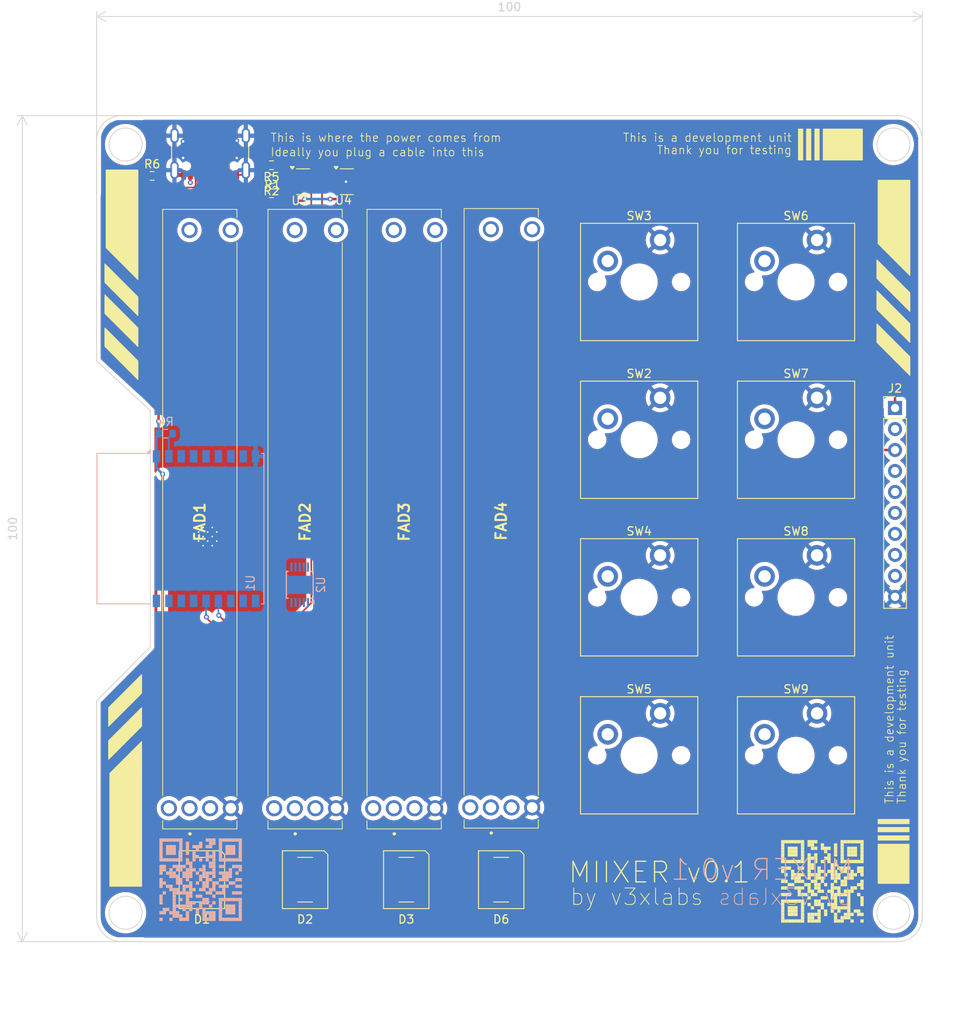
<source format=kicad_pcb>
(kicad_pcb (version 20241229) (generator "pcbnew") (generator_version "9.0")
  (layers (0 "F.Cu" signal) (2 "B.Cu" signal) (13 "F.Paste" user) (15 "B.Paste" user) (5 "F.SilkS" user "F.Silkscreen") (7 "B.SilkS" user "B.Silkscreen") (1 "F.Mask" user) (3 "B.Mask" user) (25 "Edge.Cuts" user))
  (net 0 "")
  (net 1 "GND")
  (net 4 "+3.3V")
  (net 15 "VBUS")
  (net 21 "/USB/CC1")
  (net 22 "/USB/CC2")
  (net 23 "/USB/USB_D+_RAW")
  (net 24 "/USB/USB_D-_RAW")
  (net 25 "/MCU/USB_D+")
  (net 26 "/MCU/USB_D-")
  (net 27 "/MCU/ENABLE")
  (net 29 "/MCU/IO0")
  (net 31 "/USB/USB_DP")
  (net 32 "/USB/USB_DN")
  (net 48 "Net-(FAD1-B_(+))")
  (net 49 "Net-(FAD2-B_(+))")
  (net 50 "Net-(FAD3-B_(+))")
  (net 51 "Net-(FAD4-B_(+))")
  (net 62 "Net-(FAD1-CCW)")
  (net 63 "Net-(FAD2-CCW)")
  (net 64 "Net-(FAD3-CCW)")
  (net 65 "Net-(FAD4-CCW)")
  (net 66 "Net-(D1-DOUT)")
  (net 67 "Net-(D2-DOUT)")
  (net 68 "Net-(D3-DOUT)")
  (net 70 "/Buttons/LED_MCU")
  (footprint "Resistor_SMD:R_0603_1608Metric" (layer "F.Cu") (at 50.175 34.7 180)
    (property "Reference" "R2" (at 0 -1.43 0) (layer "F.SilkS"))
    (property "Value" "22R")
    (pad "1" smd roundrect (at -0.825 0 180) (size 0.8 0.95) (layers "F.Cu" "F.Mask" "F.Paste") (net 32 "/USB/USB_DN"))
    (pad "2" smd roundrect (at 0.825 0 180) (size 0.8 0.95) (layers "F.Cu" "F.Mask" "F.Paste") (net 24 "/USB/USB_D-_RAW"))
  )
  (footprint "LED_SMD:LED_SK6812_PLCC4_5.0x5.0mm_P3.2mm" (layer "F.Cu") (at 54.25 119.5 -90)
    (property "Reference" "D2" (at 4.8 0 0) (layer "F.SilkS"))
    (property "Value" "SK6812")
    (pad "1" smd rect (at -2.45 -1.6 90) (size 1.5 1) (layers "F.Cu" "F.Mask" "F.Paste") (net 1 "GND"))
    (pad "2" smd rect (at -2.45 1.6 90) (size 1.5 1) (layers "F.Cu" "F.Mask" "F.Paste") (net 66 "Net-(D1-DOUT)"))
    (pad "3" smd rect (at 2.45 1.6 90) (size 1.5 1) (layers "F.Cu" "F.Mask" "F.Paste") (net 4 "+3.3V"))
    (pad "4" smd rect (at 2.45 -1.6 90) (size 1.5 1) (layers "F.Cu" "F.Mask" "F.Paste") (net 67 "Net-(D2-DOUT)"))
  )
  (footprint "Package_TO_SOT_SMD:SOT-23-5" (layer "F.Cu") (at 59.3 35)
    (property "Reference" "U4" (at -0.4 2.25 0) (layer "F.SilkS"))
    (property "Value" "AP2127K-3.3" (hide yes))
    (pad "1" smd roundrect (at -1.1375 -0.95) (size 1.325 0.6) (layers "F.Cu" "F.Mask" "F.Paste") (net 15 "VBUS"))
    (pad "2" smd roundrect (at -1.1375 0) (size 1.325 0.6) (layers "F.Cu" "F.Mask" "F.Paste") (net 1 "GND"))
    (pad "3" smd roundrect (at -1.1375 0.95) (size 1.325 0.6) (layers "F.Cu" "F.Mask" "F.Paste") (net 15 "VBUS"))
    (pad "4" smd roundrect (at 1.1375 0.95) (size 1.325 0.6) (layers "F.Cu" "F.Mask" "F.Paste"))
    (pad "5" smd roundrect (at 1.1375 -0.95) (size 1.325 0.6) (layers "F.Cu" "F.Mask" "F.Paste") (net 4 "+3.3V"))
  )
  (footprint "00_Luc:PTL6015G1103B2" (layer "F.Cu") (at 40.25 110.85 90)
    (property "Reference" "FAD1" (at 34.65 1.25 90) (layer "F.SilkS") (effects (font (size 1.27 1.27) (thickness 0.254))))
    (property "Value" "PTL60-15G1-103B2" (hide yes))
    (pad "1" thru_hole circle (at 0 0 90) (size 1.95 1.95) (drill 1.3) (layers "*.Cu" "*.Mask") (net 62 "Net-(FAD1-CCW)"))
    (pad "2" thru_hole circle (at 0 -2.5 90) (size 1.95 1.95) (drill 1.3) (layers "*.Cu" "*.Mask"))
    (pad "3" thru_hole circle (at 70 0 90) (size 1.95 1.95) (drill 1.3) (layers "*.Cu" "*.Mask"))
    (pad "B1" thru_hole circle (at 70 5 90) (size 1.95 1.95) (drill 1.3) (layers "*.Cu" "*.Mask") (net 48 "Net-(FAD1-B_(+))"))
    (pad "E1" thru_hole circle (at 0 5 90) (size 1.95 1.95) (drill 1.3) (layers "*.Cu" "*.Mask") (net 1 "GND"))
    (pad "L1" thru_hole circle (at 0 2.5 90) (size 1.95 1.95) (drill 1.3) (layers "*.Cu" "*.Mask"))
  )
  (footprint "LED_SMD:LED_SK6812_PLCC4_5.0x5.0mm_P3.2mm" (layer "F.Cu") (at 78 119.5 -90)
    (property "Reference" "D6" (at 4.8 0 0) (layer "F.SilkS"))
    (property "Value" "SK6812")
    (pad "1" smd rect (at -2.45 -1.6 90) (size 1.5 1) (layers "F.Cu" "F.Mask" "F.Paste") (net 1 "GND"))
    (pad "2" smd rect (at -2.45 1.6 90) (size 1.5 1) (layers "F.Cu" "F.Mask" "F.Paste") (net 68 "Net-(D3-DOUT)"))
    (pad "3" smd rect (at 2.45 1.6 90) (size 1.5 1) (layers "F.Cu" "F.Mask" "F.Paste") (net 4 "+3.3V"))
    (pad "4" smd rect (at 2.45 -1.6 90) (size 1.5 1) (layers "F.Cu" "F.Mask" "F.Paste"))
  )
  (footprint "Package_TO_SOT_SMD:SOT-23-6" (layer "F.Cu") (at 54 35)
    (property "Reference" "U3" (at -0.4 2.3 0) (layer "F.SilkS"))
    (property "Value" "USBLC6-2SC6" (hide yes))
    (pad "1" smd roundrect (at -1.1375 -0.95) (size 1.325 0.6) (layers "F.Cu" "F.Mask" "F.Paste") (net 31 "/USB/USB_DP"))
    (pad "2" smd roundrect (at -1.1375 0) (size 1.325 0.6) (layers "F.Cu" "F.Mask" "F.Paste") (net 1 "GND"))
    (pad "3" smd roundrect (at -1.1375 0.95) (size 1.325 0.6) (layers "F.Cu" "F.Mask" "F.Paste") (net 32 "/USB/USB_DN"))
    (pad "4" smd roundrect (at 1.1375 0.95) (size 1.325 0.6) (layers "F.Cu" "F.Mask" "F.Paste") (net 26 "/MCU/USB_D-"))
    (pad "5" smd roundrect (at 1.1375 0) (size 1.325 0.6) (layers "F.Cu" "F.Mask" "F.Paste") (net 15 "VBUS"))
    (pad "6" smd roundrect (at 1.1375 -0.95) (size 1.325 0.6) (layers "F.Cu" "F.Mask" "F.Paste") (net 25 "/MCU/USB_D+"))
  )
  (footprint "PCM_Switch_Keyboard_Cherry_MX:SW_Cherry_MX_PCB" (layer "F.Cu") (at 94.71 104.44)
    (property "Reference" "SW5" (at 0 -8 0) (layer "F.SilkS"))
    (property "Value" "SW_SPST")
    (pad "" np_thru_hole circle (at -5.08 0) (size 1.75 1.75) (drill 1.75) (layers "*.Cu" "*.Mask"))
    (pad "" np_thru_hole circle (at 0 0) (size 4 4) (drill 4) (layers "*.Cu" "*.Mask"))
    (pad "" np_thru_hole circle (at 5.08 0) (size 1.75 1.75) (drill 1.75) (layers "*.Cu" "*.Mask"))
    (pad "1" thru_hole circle (at -3.81 -2.54) (size 2.5 2.5) (drill 1.5) (layers "*.Cu" "*.Mask"))
    (pad "2" thru_hole circle (at 2.54 -5.08) (size 2.5 2.5) (drill 1.5) (layers "*.Cu" "*.Mask") (net 1 "GND"))
  )
  (footprint "00_Luc:PTL6015G1103B2" (layer "F.Cu") (at 76.75 110.75 90)
    (property "Reference" "FAD4" (at 34.65 1.25 90) (layer "F.SilkS") (effects (font (size 1.27 1.27) (thickness 0.254))))
    (property "Value" "PTL60-15G1-103B2" (hide yes))
    (pad "1" thru_hole circle (at 0 0 90) (size 1.95 1.95) (drill 1.3) (layers "*.Cu" "*.Mask") (net 65 "Net-(FAD4-CCW)"))
    (pad "2" thru_hole circle (at 0 -2.5 90) (size 1.95 1.95) (drill 1.3) (layers "*.Cu" "*.Mask"))
    (pad "3" thru_hole circle (at 70 0 90) (size 1.95 1.95) (drill 1.3) (layers "*.Cu" "*.Mask"))
    (pad "B1" thru_hole circle (at 70 5 90) (size 1.95 1.95) (drill 1.3) (layers "*.Cu" "*.Mask") (net 51 "Net-(FAD4-B_(+))"))
    (pad "E1" thru_hole circle (at 0 5 90) (size 1.95 1.95) (drill 1.3) (layers "*.Cu" "*.Mask") (net 1 "GND"))
    (pad "L1" thru_hole circle (at 0 2.5 90) (size 1.95 1.95) (drill 1.3) (layers "*.Cu" "*.Mask"))
  )
  (footprint "LED_SMD:LED_SK6812_PLCC4_5.0x5.0mm_P3.2mm" (layer "F.Cu") (at 41.75 119.5 -90)
    (property "Reference" "D1" (at 4.8 0 0) (layer "F.SilkS"))
    (property "Value" "SK6812")
    (pad "1" smd rect (at -2.45 -1.6 90) (size 1.5 1) (layers "F.Cu" "F.Mask" "F.Paste") (net 1 "GND"))
    (pad "2" smd rect (at -2.45 1.6 90) (size 1.5 1) (layers "F.Cu" "F.Mask" "F.Paste") (net 70 "/Buttons/LED_MCU"))
    (pad "3" smd rect (at 2.45 1.6 90) (size 1.5 1) (layers "F.Cu" "F.Mask" "F.Paste") (net 4 "+3.3V"))
    (pad "4" smd rect (at 2.45 -1.6 90) (size 1.5 1) (layers "F.Cu" "F.Mask" "F.Paste") (net 66 "Net-(D1-DOUT)"))
  )
  (footprint "Resistor_SMD:R_0603_1608Metric" (layer "F.Cu") (at 50.175 33 180)
    (property "Reference" "R5" (at 0 -1.43 0) (layer "F.SilkS"))
    (property "Value" "5k1")
    (pad "1" smd roundrect (at -0.825 0 180) (size 0.8 0.95) (layers "F.Cu" "F.Mask" "F.Paste") (net 21 "/USB/CC1"))
    (pad "2" smd roundrect (at 0.825 0 180) (size 0.8 0.95) (layers "F.Cu" "F.Mask" "F.Paste") (net 1 "GND"))
  )
  (footprint "00_Luc:PTL6015G1103B2" (layer "F.Cu") (at 53 110.85 90)
    (property "Reference" "FAD2" (at 34.65 1.25 90) (layer "F.SilkS") (effects (font (size 1.27 1.27) (thickness 0.254))))
    (property "Value" "PTL60-15G1-103B2" (hide yes))
    (pad "1" thru_hole circle (at 0 0 90) (size 1.95 1.95) (drill 1.3) (layers "*.Cu" "*.Mask") (net 63 "Net-(FAD2-CCW)"))
    (pad "2" thru_hole circle (at 0 -2.5 90) (size 1.95 1.95) (drill 1.3) (layers "*.Cu" "*.Mask"))
    (pad "3" thru_hole circle (at 70 0 90) (size 1.95 1.95) (drill 1.3) (layers "*.Cu" "*.Mask"))
    (pad "B1" thru_hole circle (at 70 5 90) (size 1.95 1.95) (drill 1.3) (layers "*.Cu" "*.Mask") (net 49 "Net-(FAD2-B_(+))"))
    (pad "E1" thru_hole circle (at 0 5 90) (size 1.95 1.95) (drill 1.3) (layers "*.Cu" "*.Mask") (net 1 "GND"))
    (pad "L1" thru_hole circle (at 0 2.5 90) (size 1.95 1.95) (drill 1.3) (layers "*.Cu" "*.Mask"))
  )
  (footprint "PCM_Switch_Keyboard_Cherry_MX:SW_Cherry_MX_PCB" (layer "F.Cu") (at 94.71 66.24)
    (property "Reference" "SW2" (at 0 -8 0) (layer "F.SilkS"))
    (property "Value" "SW_SPST")
    (pad "" np_thru_hole circle (at -5.08 0) (size 1.75 1.75) (drill 1.75) (layers "*.Cu" "*.Mask"))
    (pad "" np_thru_hole circle (at 0 0) (size 4 4) (drill 4) (layers "*.Cu" "*.Mask"))
    (pad "" np_thru_hole circle (at 5.08 0) (size 1.75 1.75) (drill 1.75) (layers "*.Cu" "*.Mask"))
    (pad "1" thru_hole circle (at -3.81 -2.54) (size 2.5 2.5) (drill 1.5) (layers "*.Cu" "*.Mask"))
    (pad "2" thru_hole circle (at 2.54 -5.08) (size 2.5 2.5) (drill 1.5) (layers "*.Cu" "*.Mask") (net 1 "GND"))
  )
  (footprint "LED_SMD:LED_SK6812_PLCC4_5.0x5.0mm_P3.2mm" (layer "F.Cu") (at 66.5 119.5 -90)
    (property "Reference" "D3" (at 4.8 0 0) (layer "F.SilkS"))
    (property "Value" "SK6812")
    (pad "1" smd rect (at -2.45 -1.6 90) (size 1.5 1) (layers "F.Cu" "F.Mask" "F.Paste") (net 1 "GND"))
    (pad "2" smd rect (at -2.45 1.6 90) (size 1.5 1) (layers "F.Cu" "F.Mask" "F.Paste") (net 67 "Net-(D2-DOUT)"))
    (pad "3" smd rect (at 2.45 1.6 90) (size 1.5 1) (layers "F.Cu" "F.Mask" "F.Paste") (net 4 "+3.3V"))
    (pad "4" smd rect (at 2.45 -1.6 90) (size 1.5 1) (layers "F.Cu" "F.Mask" "F.Paste") (net 68 "Net-(D3-DOUT)"))
  )
  (footprint "Resistor_SMD:R_0603_1608Metric" (layer "F.Cu") (at 50.175 36.4 180)
    (property "Reference" "R1" (at -0.125 1 0) (layer "F.SilkS"))
    (property "Value" "22R")
    (pad "1" smd roundrect (at -0.825 0 180) (size 0.8 0.95) (layers "F.Cu" "F.Mask" "F.Paste") (net 31 "/USB/USB_DP"))
    (pad "2" smd roundrect (at 0.825 0 180) (size 0.8 0.95) (layers "F.Cu" "F.Mask" "F.Paste") (net 23 "/USB/USB_D+_RAW"))
  )
  (footprint "Connector_USB:USB_C_Receptacle_GCT_USB4105-xx-A_16P_TopMnt_Horizontal" (layer "F.Cu") (at 42.75 30.5 180)
    (property "Reference" "J1" (hide yes))
    (property "Value" "USB_C_Receptacle_USB2.0_16P" (hide yes))
    (pad "" np_thru_hole circle (at -2.89 -2.605 180) (size 0.65 0.65) (drill 0.65) (layers "*.Cu" "*.Mask"))
    (pad "" np_thru_hole circle (at 2.89 -2.605 180) (size 0.65 0.65) (drill 0.65) (layers "*.Cu" "*.Mask"))
    (pad "A1" smd roundrect (at -3.2 -3.68 180) (size 0.6 1.15) (layers "F.Cu" "F.Mask" "F.Paste") (net 1 "GND"))
    (pad "A4" smd roundrect (at -2.4 -3.68 180) (size 0.6 1.15) (layers "F.Cu" "F.Mask" "F.Paste") (net 15 "VBUS"))
    (pad "A5" smd roundrect (at -1.25 -3.68 180) (size 0.3 1.15) (layers "F.Cu" "F.Mask" "F.Paste") (net 21 "/USB/CC1"))
    (pad "A6" smd roundrect (at -0.25 -3.68 180) (size 0.3 1.15) (layers "F.Cu" "F.Mask" "F.Paste") (net 23 "/USB/USB_D+_RAW"))
    (pad "A7" smd roundrect (at 0.25 -3.68 180) (size 0.3 1.15) (layers "F.Cu" "F.Mask" "F.Paste") (net 24 "/USB/USB_D-_RAW"))
    (pad "A8" smd roundrect (at 1.25 -3.68 180) (size 0.3 1.15) (layers "F.Cu" "F.Mask" "F.Paste"))
    (pad "A9" smd roundrect (at 2.4 -3.68 180) (size 0.6 1.15) (layers "F.Cu" "F.Mask" "F.Paste") (net 15 "VBUS"))
    (pad "A12" smd roundrect (at 3.2 -3.68 180) (size 0.6 1.15) (layers "F.Cu" "F.Mask" "F.Paste") (net 1 "GND"))
    (pad "B1" smd roundrect (at 3.2 -3.68 180) (size 0.6 1.15) (layers "F.Cu" "F.Mask" "F.Paste") (net 1 "GND"))
    (pad "B4" smd roundrect (at 2.4 -3.68 180) (size 0.6 1.15) (layers "F.Cu" "F.Mask" "F.Paste") (net 15 "VBUS"))
    (pad "B5" smd roundrect (at 1.75 -3.68 180) (size 0.3 1.15) (layers "F.Cu" "F.Mask" "F.Paste") (net 22 "/USB/CC2"))
    (pad "B6" smd roundrect (at 0.75 -3.68 180) (size 0.3 1.15) (layers "F.Cu" "F.Mask" "F.Paste") (net 23 "/USB/USB_D+_RAW"))
    (pad "B7" smd roundrect (at -0.75 -3.68 180) (size 0.3 1.15) (layers "F.Cu" "F.Mask" "F.Paste") (net 24 "/USB/USB_D-_RAW"))
    (pad "B8" smd roundrect (at -1.75 -3.68 180) (size 0.3 1.15) (layers "F.Cu" "F.Mask" "F.Paste"))
    (pad "B9" smd roundrect (at -2.4 -3.68 180) (size 0.6 1.15) (layers "F.Cu" "F.Mask" "F.Paste") (net 15 "VBUS"))
    (pad "B12" smd roundrect (at -3.2 -3.68 180) (size 0.6 1.15) (layers "F.Cu" "F.Mask" "F.Paste") (net 1 "GND"))
    (pad "S1" thru_hole oval (at -4.32 -3.105 180) (size 1 2.1) (drill oval 0.6 1.7) (property pad_prop_heatsink) (layers "*.Cu" "*.Mask" "F.Paste") (net 1 "GND"))
    (pad "S1" thru_hole oval (at -4.32 1.075 180) (size 1 1.8) (drill oval 0.6 1.4) (property pad_prop_heatsink) (layers "*.Cu" "*.Mask" "F.Paste") (net 1 "GND"))
    (pad "S1" thru_hole oval (at 4.32 -3.105 180) (size 1 2.1) (drill oval 0.6 1.7) (property pad_prop_heatsink) (layers "*.Cu" "*.Mask" "F.Paste") (net 1 "GND"))
    (pad "S1" thru_hole oval (at 4.32 1.075 180) (size 1 1.8) (drill oval 0.6 1.4) (property pad_prop_heatsink) (layers "*.Cu" "*.Mask" "F.Paste") (net 1 "GND"))
  )
  (footprint "PCM_Switch_Keyboard_Cherry_MX:SW_Cherry_MX_PCB" (layer "F.Cu") (at 94.71 47.14)
    (property "Reference" "SW3" (at 0 -8 0) (layer "F.SilkS"))
    (property "Value" "SW_SPST")
    (pad "" np_thru_hole circle (at -5.08 0) (size 1.75 1.75) (drill 1.75) (layers "*.Cu" "*.Mask"))
    (pad "" np_thru_hole circle (at 0 0) (size 4 4) (drill 4) (layers "*.Cu" "*.Mask"))
    (pad "" np_thru_hole circle (at 5.08 0) (size 1.75 1.75) (drill 1.75) (layers "*.Cu" "*.Mask"))
    (pad "1" thru_hole circle (at -3.81 -2.54) (size 2.5 2.5) (drill 1.5) (layers "*.Cu" "*.Mask"))
    (pad "2" thru_hole circle (at 2.54 -5.08) (size 2.5 2.5) (drill 1.5) (layers "*.Cu" "*.Mask") (net 1 "GND"))
  )
  (footprint "PCM_Switch_Keyboard_Cherry_MX:SW_Cherry_MX_PCB" (layer "F.Cu") (at 113.71 104.44)
    (property "Reference" "SW9" (at 0 -8 0) (layer "F.SilkS"))
    (property "Value" "SW_SPST")
    (pad "" np_thru_hole circle (at -5.08 0) (size 1.75 1.75) (drill 1.75) (layers "*.Cu" "*.Mask"))
    (pad "" np_thru_hole circle (at 0 0) (size 4 4) (drill 4) (layers "*.Cu" "*.Mask"))
    (pad "" np_thru_hole circle (at 5.08 0) (size 1.75 1.75) (drill 1.75) (layers "*.Cu" "*.Mask"))
    (pad "1" thru_hole circle (at -3.81 -2.54) (size 2.5 2.5) (drill 1.5) (layers "*.Cu" "*.Mask"))
    (pad "2" thru_hole circle (at 2.54 -5.08) (size 2.5 2.5) (drill 1.5) (layers "*.Cu" "*.Mask") (net 1 "GND"))
  )
  (footprint "00_Luc:https___miixer.v3x.tools___pcb" (layer "F.Cu") (at 116.9 119.7)
    (property "Reference" "QR*****" (hide yes))
    (property "Value" "https://miixer.v3x.tools/_/pcb" (hide yes))
  )
  (footprint "00_Luc:PTL6015G1103B2" (layer "F.Cu") (at 65 110.85 90)
    (property "Reference" "FAD3" (at 34.65 1.25 90) (layer "F.SilkS") (effects (font (size 1.27 1.27) (thickness 0.254))))
    (property "Value" "PTL60-15G1-103B2" (hide yes))
    (pad "1" thru_hole circle (at 0 0 90) (size 1.95 1.95) (drill 1.3) (layers "*.Cu" "*.Mask") (net 64 "Net-(FAD3-CCW)"))
    (pad "2" thru_hole circle (at 0 -2.5 90) (size 1.95 1.95) (drill 1.3) (layers "*.Cu" "*.Mask"))
    (pad "3" thru_hole circle (at 70 0 90) (size 1.95 1.95) (drill 1.3) (layers "*.Cu" "*.Mask"))
    (pad "B1" thru_hole circle (at 70 5 90) (size 1.95 1.95) (drill 1.3) (layers "*.Cu" "*.Mask") (net 50 "Net-(FAD3-B_(+))"))
    (pad "E1" thru_hole circle (at 0 5 90) (size 1.95 1.95) (drill 1.3) (layers "*.Cu" "*.Mask") (net 1 "GND"))
    (pad "L1" thru_hole circle (at 0 2.5 90) (size 1.95 1.95) (drill 1.3) (layers "*.Cu" "*.Mask"))
  )
  (footprint "Resistor_SMD:R_0603_1608Metric" (layer "F.Cu") (at 35.725 34.3)
    (property "Reference" "R6" (at 0 -1.43 0) (layer "F.SilkS"))
    (property "Value" "5k1")
    (pad "1" smd roundrect (at -0.825 0) (size 0.8 0.95) (layers "F.Cu" "F.Mask" "F.Paste") (net 22 "/USB/CC2"))
    (pad "2" smd roundrect (at 0.825 0) (size 0.8 0.95) (layers "F.Cu" "F.Mask" "F.Paste") (net 1 "GND"))
  )
  (footprint "PCM_Switch_Keyboard_Cherry_MX:SW_Cherry_MX_PCB" (layer "F.Cu") (at 113.71 47.14)
    (property "Reference" "SW6" (at 0 -8 0) (layer "F.SilkS"))
    (property "Value" "SW_SPST")
    (pad "" np_thru_hole circle (at -5.08 0) (size 1.75 1.75) (drill 1.75) (layers "*.Cu" "*.Mask"))
    (pad "" np_thru_hole circle (at 0 0) (size 4 4) (drill 4) (layers "*.Cu" "*.Mask"))
    (pad "" np_thru_hole circle (at 5.08 0) (size 1.75 1.75) (drill 1.75) (layers "*.Cu" "*.Mask"))
    (pad "1" thru_hole circle (at -3.81 -2.54) (size 2.5 2.5) (drill 1.5) (layers "*.Cu" "*.Mask"))
    (pad "2" thru_hole circle (at 2.54 -5.08) (size 2.5 2.5) (drill 1.5) (layers "*.Cu" "*.Mask") (net 1 "GND"))
  )
  (footprint "PCM_Switch_Keyboard_Cherry_MX:SW_Cherry_MX_PCB" (layer "F.Cu") (at 113.71 66.24)
    (property "Reference" "SW7" (at 0 -8 0) (layer "F.SilkS"))
    (property "Value" "SW_SPST")
    (pad "" np_thru_hole circle (at -5.08 0) (size 1.75 1.75) (drill 1.75) (layers "*.Cu" "*.Mask"))
    (pad "" np_thru_hole circle (at 0 0) (size 4 4) (drill 4) (layers "*.Cu" "*.Mask"))
    (pad "" np_thru_hole circle (at 5.08 0) (size 1.75 1.75) (drill 1.75) (layers "*.Cu" "*.Mask"))
    (pad "1" thru_hole circle (at -3.81 -2.54) (size 2.5 2.5) (drill 1.5) (layers "*.Cu" "*.Mask"))
    (pad "2" thru_hole circle (at 2.54 -5.08) (size 2.5 2.5) (drill 1.5) (layers "*.Cu" "*.Mask") (net 1 "GND"))
  )
  (footprint "PCM_Switch_Keyboard_Cherry_MX:SW_Cherry_MX_PCB" (layer "F.Cu") (at 113.71 85.315)
    (property "Reference" "SW8" (at 0 -8 0) (layer "F.SilkS"))
    (property "Value" "SW_SPST")
    (pad "" np_thru_hole circle (at -5.08 0) (size 1.75 1.75) (drill 1.75) (layers "*.Cu" "*.Mask"))
    (pad "" np_thru_hole circle (at 0 0) (size 4 4) (drill 4) (layers "*.Cu" "*.Mask"))
    (pad "" np_thru_hole circle (at 5.08 0) (size 1.75 1.75) (drill 1.75) (layers "*.Cu" "*.Mask"))
    (pad "1" thru_hole circle (at -3.81 -2.54) (size 2.5 2.5) (drill 1.5) (layers "*.Cu" "*.Mask"))
    (pad "2" thru_hole circle (at 2.54 -5.08) (size 2.5 2.5) (drill 1.5) (layers "*.Cu" "*.Mask") (net 1 "GND"))
  )
  (footprint "PCM_Switch_Keyboard_Cherry_MX:SW_Cherry_MX_PCB" (layer "F.Cu") (at 94.71 85.315)
    (property "Reference" "SW4" (at 0 -8 0) (layer "F.SilkS"))
    (property "Value" "SW_SPST")
    (pad "" np_thru_hole circle (at -5.08 0) (size 1.75 1.75) (drill 1.75) (layers "*.Cu" "*.Mask"))
    (pad "" np_thru_hole circle (at 0 0) (size 4 4) (drill 4) (layers "*.Cu" "*.Mask"))
    (pad "" np_thru_hole circle (at 5.08 0) (size 1.75 1.75) (drill 1.75) (layers "*.Cu" "*.Mask"))
    (pad "1" thru_hole circle (at -3.81 -2.54) (size 2.5 2.5) (drill 1.5) (layers "*.Cu" "*.Mask"))
    (pad "2" thru_hole circle (at 2.54 -5.08) (size 2.5 2.5) (drill 1.5) (layers "*.Cu" "*.Mask") (net 1 "GND"))
  )
  (footprint "Connector_PinHeader_2.54mm:PinHeader_1x10_P2.54mm_Vertical" (layer "F.Cu") (at 125.7 62.4)
    (property "Reference" "J2" (at 0 -2.38 0) (layer "F.SilkS"))
    (property "Value" "Conn_01x10_Pin")
    (pad "1" thru_hole rect (at 0 0) (size 1.7 1.7) (drill 1) (layers "*.Cu" "*.Mask") (net 15 "VBUS"))
    (pad "2" thru_hole circle (at 0 2.54) (size 1.7 1.7) (drill 1) (layers "*.Cu" "*.Mask"))
    (pad "3" thru_hole circle (at 0 5.08) (size 1.7 1.7) (drill 1) (layers "*.Cu" "*.Mask") (net 4 "+3.3V"))
    (pad "4" thru_hole circle (at 0 7.62) (size 1.7 1.7) (drill 1) (layers "*.Cu" "*.Mask"))
    (pad "5" thru_hole circle (at 0 10.16) (size 1.7 1.7) (drill 1) (layers "*.Cu" "*.Mask"))
    (pad "6" thru_hole circle (at 0 12.7) (size 1.7 1.7) (drill 1) (layers "*.Cu" "*.Mask"))
    (pad "7" thru_hole circle (at 0 15.24) (size 1.7 1.7) (drill 1) (layers "*.Cu" "*.Mask"))
    (pad "8" thru_hole circle (at 0 17.78) (size 1.7 1.7) (drill 1) (layers "*.Cu" "*.Mask"))
    (pad "9" thru_hole circle (at 0 20.32) (size 1.7 1.7) (drill 1) (layers "*.Cu" "*.Mask"))
    (pad "10" thru_hole circle (at 0 22.86) (size 1.7 1.7) (drill 1) (layers "*.Cu" "*.Mask") (net 1 "GND"))
  )
  (footprint "Resistor_SMD:R_0603_1608Metric" (layer "B.Cu") (at 37.375 65.5 180)
    (property "Reference" "R4" (at 0 1.43 0) (layer "B.SilkS") (effects (justify mirror)))
    (property "Value" "R")
    (pad "1" smd roundrect (at -0.825 0 180) (size 0.8 0.95) (layers "B.Cu" "B.Mask" "B.Paste") (net 27 "/MCU/ENABLE"))
    (pad "2" smd roundrect (at 0.825 0 180) (size 0.8 0.95) (layers "B.Cu" "B.Mask" "B.Paste") (net 4 "+3.3V"))
  )
  (footprint "Package_SO:TSSOP-10_3x3mm_P0.5mm" (layer "B.Cu") (at 53.6 83.8 90)
    (property "Reference" "U2" (at 0 2.55 90) (layer "B.SilkS") (effects (justify mirror)))
    (property "Value" "ADS1115IDGS")
    (pad "1" smd rect (at -2.15 1 90) (size 1.1 0.25) (layers "B.Cu" "B.Mask" "B.Paste"))
    (pad "2" smd rect (at -2.15 0.5 90) (size 1.1 0.25) (layers "B.Cu" "B.Mask" "B.Paste"))
    (pad "3" smd rect (at -2.15 0 90) (size 1.1 0.25) (layers "B.Cu" "B.Mask" "B.Paste"))
    (pad "4" smd rect (at -2.15 -0.5 90) (size 1.1 0.25) (layers "B.Cu" "B.Mask" "B.Paste"))
    (pad "5" smd rect (at -2.15 -1 90) (size 1.1 0.25) (layers "B.Cu" "B.Mask" "B.Paste"))
    (pad "6" smd rect (at 2.15 -1 90) (size 1.1 0.25) (layers "B.Cu" "B.Mask" "B.Paste"))
    (pad "7" smd rect (at 2.15 -0.5 90) (size 1.1 0.25) (layers "B.Cu" "B.Mask" "B.Paste"))
    (pad "8" smd rect (at 2.15 0 90) (size 1.1 0.25) (layers "B.Cu" "B.Mask" "B.Paste"))
    (pad "9" smd rect (at 2.15 0.5 90) (size 1.1 0.25) (layers "B.Cu" "B.Mask" "B.Paste"))
    (pad "10" smd rect (at 2.15 1 90) (size 1.1 0.25) (layers "B.Cu" "B.Mask" "B.Paste"))
  )
  (footprint "00_Luc:https___miixer.v3x.tools___pcb" (layer "B.Cu") (at 41.6 119.5 180)
    (property "Reference" "QR*****" (hide yes))
    (property "Value" "https://miixer.v3x.tools/_/pcb" (hide yes))
  )
  (footprint "RF_Module:ESP32-C3-WROOM-02" (layer "B.Cu") (at 42.25 77 -90)
    (property "Reference" "U1" (at 6.6 -5.375 90) (layer "B.SilkS") (effects (justify mirror)))
    (property "Value" "ESP32-C3-WROOM-02")
    (pad "1" smd rect (at -8.75 6 270) (size 1.5 0.9) (layers "B.Cu" "B.Mask" "B.Paste") (net 4 "+3.3V"))
    (pad "2" smd rect (at -8.75 4.5 270) (size 1.5 0.9) (layers "B.Cu" "B.Mask" "B.Paste") (net 27 "/MCU/ENABLE"))
    (pad "3" smd rect (at -8.75 3 270) (size 1.5 0.9) (layers "B.Cu" "B.Mask" "B.Paste"))
    (pad "4" smd rect (at -8.75 1.5 270) (size 1.5 0.9) (layers "B.Cu" "B.Mask" "B.Paste"))
    (pad "5" smd rect (at -8.75 0 270) (size 1.5 0.9) (layers "B.Cu" "B.Mask" "B.Paste"))
    (pad "6" smd rect (at -8.75 -1.5 270) (size 1.5 0.9) (layers "B.Cu" "B.Mask" "B.Paste"))
    (pad "7" smd rect (at -8.75 -3 270) (size 1.5 0.9) (layers "B.Cu" "B.Mask" "B.Paste"))
    (pad "8" smd rect (at -8.75 -4.5 270) (size 1.5 0.9) (layers "B.Cu" "B.Mask" "B.Paste"))
    (pad "9" smd rect (at -8.75 -6 270) (size 1.5 0.9) (layers "B.Cu" "B.Mask" "B.Paste") (net 1 "GND"))
    (pad "10" smd rect (at 8.75 -6 270) (size 1.5 0.9) (layers "B.Cu" "B.Mask" "B.Paste"))
    (pad "11" smd rect (at 8.75 -4.5 270) (size 1.5 0.9) (layers "B.Cu" "B.Mask" "B.Paste"))
    (pad "12" smd rect (at 8.75 -3 270) (size 1.5 0.9) (layers "B.Cu" "B.Mask" "B.Paste"))
    (pad "13" smd rect (at 8.75 -1.5 270) (size 1.5 0.9) (layers "B.Cu" "B.Mask" "B.Paste") (net 26 "/MCU/USB_D-"))
    (pad "14" smd rect (at 8.75 0 270) (size 1.5 0.9) (layers "B.Cu" "B.Mask" "B.Paste") (net 25 "/MCU/USB_D+"))
    (pad "15" smd rect (at 8.75 1.5 270) (size 1.5 0.9) (layers "B.Cu" "B.Mask" "B.Paste"))
    (pad "16" smd rect (at 8.75 3 270) (size 1.5 0.9) (layers "B.Cu" "B.Mask" "B.Paste"))
    (pad "17" smd rect (at 8.75 4.5 270) (size 1.5 0.9) (layers "B.Cu" "B.Mask" "B.Paste"))
    (pad "18" smd rect (at 8.75 6 270) (size 1.5 0.9) (layers "B.Cu" "B.Mask" "B.Paste") (net 29 "/MCU/IO0"))
    (pad "19" thru_hole circle (at -0.14 -0.75 270) (size 0.6 0.6) (drill 0.2) (property pad_prop_heatsink) (layers "*.Cu" "B.Mask") (net 1 "GND"))
    (pad "19" thru_hole circle (at -0.14 0.35 270) (size 0.6 0.6) (drill 0.2) (property pad_prop_heatsink) (layers "*.Cu" "B.Mask") (net 1 "GND"))
    (pad "19" thru_hole circle (at 0.41 -1.3 270) (size 0.6 0.6) (drill 0.2) (property pad_prop_heatsink) (layers "*.Cu" "B.Mask") (net 1 "GND"))
    (pad "19" thru_hole circle (at 0.41 -0.2 270) (size 0.6 0.6) (drill 0.2) (property pad_prop_heatsink) (layers "*.Cu" "B.Mask") (net 1 "GND"))
    (pad "19" thru_hole circle (at 0.41 0.9 270) (size 0.6 0.6) (drill 0.2) (property pad_prop_heatsink) (layers "*.Cu" "B.Mask") (net 1 "GND"))
    (pad "19" thru_hole circle (at 0.96 -0.75 270) (size 0.6 0.6) (drill 0.2) (property pad_prop_heatsink) (layers "*.Cu" "B.Mask") (net 1 "GND"))
    (pad "19" smd rect (at 0.96 -0.2 270) (size 2.9 2.9) (property pad_prop_heatsink) (layers "B.Cu" "B.Mask") (net 1 "GND"))
    (pad "19" thru_hole circle (at 0.96 0.35 270) (size 0.6 0.6) (drill 0.2) (property pad_prop_heatsink) (layers "*.Cu" "B.Mask") (net 1 "GND"))
    (pad "19" thru_hole circle (at 1.51 -1.3 270) (size 0.6 0.6) (drill 0.2) (property pad_prop_heatsink) (layers "*.Cu" "B.Mask") (net 1 "GND"))
    (pad "19" thru_hole circle (at 1.51 -0.2 270) (size 0.6 0.6) (drill 0.2) (property pad_prop_heatsink) (layers "*.Cu" "B.Mask") (net 1 "GND"))
    (pad "19" thru_hole circle (at 1.51 0.9 270) (size 0.6 0.6) (drill 0.2) (property pad_prop_heatsink) (layers "*.Cu" "B.Mask") (net 1 "GND"))
    (pad "19" thru_hole circle (at 2.06 -0.75 270) (size 0.6 0.6) (drill 0.2) (property pad_prop_heatsink) (layers "*.Cu" "B.Mask") (net 1 "GND"))
    (pad "19" thru_hole circle (at 2.06 0.35 270) (size 0.6 0.6) (drill 0.2) (property pad_prop_heatsink) (layers "*.Cu" "B.Mask") (net 1 "GND"))
    (zone (net 0) (net_name "") (layers "F.Cu" "B.Cu") (connect_pads (clearance 0)) (min_thickness 0.254)
      (keepout (tracks not_allowed) (vias not_allowed) (pads not_allowed) (copperpour not_allowed) (footprints not_allowed))
      (fill (thermal_gap 0.508) (thermal_bridge_width 0.508))
      (polygon (pts (xy 35.15 63) (xy 35.15 91) (xy 24.15 91) (xy 24.15 63)))
    )
  )
  (gr_rect (start 123.65 113.1746) (end 127.4 113.7) (stroke (width 0.1)) (fill yes) (layer "F.SilkS"))
  (gr_poly (pts (xy 123.5 52.2) (xy 127.5 56.2) (xy 127.5 58.45) (xy 123.5 54.45)) (stroke (width 0.1)) (fill yes) (layer "F.SilkS"))
  (gr_rect (start 123.65 114.1873) (end 127.4 114.7127) (stroke (width 0.1)) (fill yes) (layer "F.SilkS"))
  (gr_poly (pts (xy 123.5 48.2) (xy 127.5 52.2) (xy 127.5 54.45) (xy 123.5 50.45)) (stroke (width 0.1)) (fill yes) (layer "F.SilkS"))
  (gr_poly (pts (xy 30.45 100.925) (xy 34.45 96.925) (xy 34.45 94.675) (xy 30.45 98.675)) (stroke (width 0.1)) (fill yes) (layer "F.SilkS"))
  (gr_rect (start 30.6 106.6625) (end 34.45 120.3) (stroke (width 0.1)) (fill yes) (layer "F.SilkS"))
  (gr_rect (start 123.65 115.2) (end 127.4 119.95) (stroke (width 0.1)) (fill yes) (layer "F.SilkS"))
  (gr_rect (start 114.9746 28.625) (end 115.5 32.375) (stroke (width 0.1)) (fill yes) (layer "F.SilkS"))
  (gr_poly (pts (xy 30.6 106.625) (xy 34.45 102.775) (xy 34.45 106.625)) (stroke (width 0.1)) (fill yes) (layer "F.SilkS"))
  (gr_rect (start 115.9873 28.625) (end 116.5127 32.375) (stroke (width 0.1)) (fill yes) (layer "F.SilkS"))
  (gr_poly (pts (xy 30 44.95) (xy 34 48.95) (xy 34 51.2) (xy 30 47.2)) (stroke (width 0.1)) (fill yes) (layer "F.SilkS"))
  (gr_poly (pts (xy 30 52.7) (xy 34 56.7) (xy 34 58.95) (xy 30 54.95)) (stroke (width 0.1)) (fill yes) (layer "F.SilkS"))
  (gr_poly (pts (xy 30.15 43) (xy 34 46.85) (xy 34 43)) (stroke (width 0.1)) (fill yes) (layer "F.SilkS"))
  (gr_rect (start 30.15 33.58125) (end 34 42.91875) (stroke (width 0.1)) (fill yes) (layer "F.SilkS"))
  (gr_poly (pts (xy 30.45 104.925) (xy 34.45 100.925) (xy 34.45 98.675) (xy 30.45 102.675)) (stroke (width 0.1)) (fill yes) (layer "F.SilkS"))
  (gr_poly (pts (xy 30 48.7) (xy 34 52.7) (xy 34 54.95) (xy 30 50.95)) (stroke (width 0.1)) (fill yes) (layer "F.SilkS"))
  (gr_rect (start 114 28.625) (end 114.5254 32.375) (stroke (width 0.1)) (fill yes) (layer "F.SilkS"))
  (gr_rect (start 123.65 112.2) (end 127.4 112.7254) (stroke (width 0.1)) (fill yes) (layer "F.SilkS"))
  (gr_poly (pts (xy 123.65 42.5) (xy 127.5 46.35) (xy 127.5 42.5)) (stroke (width 0.1)) (fill yes) (layer "F.SilkS"))
  (gr_poly (pts (xy 123.5 44.45) (xy 127.5 48.45) (xy 127.5 50.7) (xy 123.5 46.7)) (stroke (width 0.1)) (fill yes) (layer "F.SilkS"))
  (gr_rect (start 123.65 34.825) (end 127.5 42.5) (stroke (width 0.1)) (fill yes) (layer "F.SilkS"))
  (gr_rect (start 117 28.625) (end 121.75 32.375) (stroke (width 0.1)) (fill yes) (layer "F.SilkS"))
  (gr_circle (center 32.5 30.5) (end 34.5 30.5) (stroke (width 0.1)) (fill no) (layer "Edge.Cuts"))
  (gr_arc (start 129.000001 124.000001) (mid 128.121321 126.121321) (end 126.000001 127.000001) (stroke (width 0.1)) (layer "Edge.Cuts"))
  (gr_circle (center 125.5 123.5) (end 127.5 123.5) (stroke (width 0.1)) (fill no) (layer "Edge.Cuts"))
  (gr_line (start 39 27) (end 126 26.999999) (stroke (width 0.1)) (layer "Edge.Cuts"))
  (gr_line (start 126 127) (end 31.999999 127.000001) (stroke (width 0.1)) (layer "Edge.Cuts"))
  (gr_arc (start 31.999999 127.000001) (mid 29.878679 126.121321) (end 28.999999 124.000001) (stroke (width 0.1)) (layer "Edge.Cuts"))
  (gr_line (start 29 56.7) (end 35.5 62.7) (stroke (width 0.1)) (layer "Edge.Cuts"))
  (gr_line (start 35.5 62.7) (end 35.5 91.3) (stroke (width 0.1)) (layer "Edge.Cuts"))
  (gr_line (start 29 124.000001) (end 28.999999 97.85) (stroke (width 0.1)) (layer "Edge.Cuts"))
  (gr_line (start 29 30) (end 29 56.7) (stroke (width 0.1)) (layer "Edge.Cuts"))
  (gr_circle (center 125.5 30.5) (end 125.5 32.5) (stroke (width 0.1)) (fill no) (layer "Edge.Cuts"))
  (gr_line (start 129 30) (end 129 124) (stroke (width 0.1)) (layer "Edge.Cuts"))
  (gr_arc (start 126 27) (mid 128.12132 27.87868) (end 129 30) (stroke (width 0.1)) (layer "Edge.Cuts"))
  (gr_circle (center 32.5 123.5) (end 34.5 123.5) (stroke (width 0.1)) (fill no) (layer "Edge.Cuts"))
  (gr_arc (start 29 30) (mid 29.87868 27.87868) (end 32 27) (stroke (width 0.1)) (layer "Edge.Cuts"))
  (gr_line (start 32 27) (end 39 27) (stroke (width 0.1)) (layer "Edge.Cuts"))
  (gr_line (start 35.5 91.3) (end 29 97.85) (stroke (width 0.1)) (layer "Edge.Cuts"))
  (gr_text "Thank you for testing" (at 127.1 110.4 90) (layer "F.SilkS") (effects (font (size 1 1) (thickness 0.1)) (justify left bottom)))
  (gr_text "This is a development unit" (at 125.6 110.4 90) (layer "F.SilkS") (effects (font (size 1 1) (thickness 0.1)) (justify left bottom)))
  (gr_text "Thank you for testing" (at 113.25 31.75 0) (layer "F.SilkS") (effects (font (size 1 1) (thickness 0.1)) (justify right bottom)))
  (gr_text "This is a development unit" (at 113.25 30.25 0) (layer "F.SilkS") (effects (font (size 1 1) (thickness 0.1)) (justify right bottom)))
  (gr_text "by v3xlabs" (at 86.25 122.75 0) (layer "F.SilkS") (effects (font (size 2 2) (thickness 0.1)) (justify left bottom)))
  (gr_text "Ideally you plug a cable into this" (at 50 32 0) (layer "F.SilkS") (effects (font (size 1 1) (thickness 0.1)) (justify left bottom)))
  (gr_text "This is where the power comes from" (at 50 30.25 0) (layer "F.SilkS") (effects (font (size 1 1) (thickness 0.1)) (justify left bottom)))
  (gr_text "MIIXER v0.1" (at 86 120.081 0) (layer "F.SilkS") (effects (font (size 2.5 2.5)) (justify left bottom)))
  (gr_text "by v3xlabs" (at 120.5 122.75 -0) (layer "B.SilkS") (effects (font (size 2 2) (thickness 0.1)) (justify left bottom mirror)))
  (gr_text "MIIXER v0.1" (at 120.75 119.75 0) (layer "B.SilkS") (effects (font (size 2.5 2.5)) (justify left bottom mirror)))
  (dimension (type orthogonal) (layer "Edge.Cuts") (pts (xy 35 27) (xy 35 127)) (height -15) (orientation 1) (format (prefix "") (suffix "") (units 3) (units_format 0) (precision 4) (suppress_zeroes yes)) (style (thickness 0.1) (arrow_length 1.27) (text_position_mode 0) (arrow_direction outward) (extension_height 0.58642) (extension_offset 0.5) (keep_text_aligned yes)) (gr_text "100" (at 18.85 77 90) (layer "Edge.Cuts") (effects (font (size 1 1) (thickness 0.15)))))
  (dimension (type orthogonal) (layer "Edge.Cuts") (pts (xy 29 37) (xy 129 30)) (height -22) (orientation 0) (format (prefix "") (suffix "") (units 3) (units_format 0) (precision 4) (suppress_zeroes yes)) (style (thickness 0.1) (arrow_length 1.27) (text_position_mode 0) (arrow_direction outward) (extension_height 0.58642) (extension_offset 0.5) (keep_text_aligned yes)) (gr_text "100" (at 79 13.85 0) (layer "Edge.Cuts") (effects (font (size 1 1) (thickness 0.15)))))
  (segment (start 46.495 34.18) (end 47.07 33.605) (width 0.2) (layer "F.Cu") (net 1))
  (segment (start 52.4 35) (end 51.9 34.5) (width 0.2) (layer "F.Cu") (net 1))
  (segment (start 51.9 34.5) (end 51.9 33.5) (width 0.2) (layer "F.Cu") (net 1))
  (segment (start 39.005 34.18) (end 38.43 33.605) (width 0.2) (layer "F.Cu") (net 1))
  (segment (start 39.55 34.18) (end 39.005 34.18) (width 0.2) (layer "F.Cu") (net 1))
  (segment (start 51.9 33.5) (end 52.2 33.2) (width 0.2) (layer "F.Cu") (net 1))
  (segment (start 58.1625 35) (end 59.2 35) (width 0.2) (layer "F.Cu") (net 1))
  (segment (start 36.895 33.605) (end 36.25 34.25) (width 0.2) (layer "F.Cu") (net 1))
  (segment (start 45.95 34.18) (end 46.495 34.18) (width 0.2) (layer "F.Cu") (net 1))
  (segment (start 52.8625 35) (end 52.4 35) (width 0.2) (layer "F.Cu") (net 1))
  (segment (start 38.43 33.605) (end 36.895 33.605) (width 0.2) (layer "F.Cu") (net 1))
  (segment (start 47.465 34) (end 47.07 33.605) (width 0.2) (layer "F.Cu") (net 1))
  (via (at 39.47 32.125) (size 0.6) (drill 0.3) (layers "F.Cu" "B.Cu") (net 1))
  (via (at 39.47 30.125) (size 0.6) (drill 0.3) (layers "F.Cu" "B.Cu") (net 1))
  (via (at 59.2 35) (size 0.6) (drill 0.3) (layers "F.Cu" "B.Cu") (net 1))
  (via (at 45.97 32.125) (size 0.6) (drill 0.3) (layers "F.Cu" "B.Cu") (net 1))
  (via (at 45.97 30.025) (size 0.6) (drill 0.3) (layers "F.Cu" "B.Cu") (net 1))
  (segment (start 61.8 124.8) (end 49.8 124.8) (width 0.3) (layer "F.Cu") (net 4))
  (segment (start 76.4 121.95) (end 73.55 124.8) (width 0.3) (layer "F.Cu") (net 4))
  (segment (start 54.2 37.1) (end 54 37.3) (width 0.3) (layer "F.Cu") (net 4))
  (segment (start 35.1 38.2) (end 35.1 61.450058) (width 0.3) (layer "F.Cu") (net 4))
  (segment (start 109.7 124.8) (end 61.8 124.8) (width 0.3) (layer "F.Cu") (net 4))
  (segment (start 62.05 124.8) (end 61.8 124.8) (width 0.3) (layer "F.Cu") (net 4))
  (segment (start 35.874971 62.225029) (end 36.5 62.850058) (width 0.3) (layer "F.Cu") (net 4))
  (segment (start 54 37.3) (end 40.4 37.3) (width 0.3) (layer "F.Cu") (net 4))
  (segment (start 35.2 123.4) (end 35.2 120.7) (width 0.3) (layer "F.Cu") (net 4))
  (segment (start 112.1 113.3) (end 110.6 114.8) (width 0.3) (layer "F.Cu") (net 4))
  (segment (start 110.6 123.9) (end 109.7 124.8) (width 0.3) (layer "F.Cu") (net 4))
  (segment (start 36 37.3) (end 35.1 38.2) (width 0.3) (layer "F.Cu") (net 4))
  (segment (start 37.5 124.6) (end 37.5 124.8) (width 0.3) (layer "F.Cu") (net 4))
  (segment (start 84.7 34.4) (end 84.35 34.05) (width 0.3) (layer "F.Cu") (net 4))
  (segment (start 86.2 57.5) (end 84.7 56) (width 0.3) (layer "F.Cu") (net 4))
  (segment (start 35.2 118.1) (end 35.2 93.8) (width 0.3) (layer "F.Cu") (net 4))
  (segment (start 121.9 113.3) (end 112.1 113.3) (width 0.3) (layer "F.Cu") (net 4))
  (segment (start 36.5 62.850058) (end 36.5 64) (width 0.3) (layer "F.Cu") (net 4))
  (segment (start 62 36.5) (end 61.4 37.1) (width 0.3) (layer "F.Cu") (net 4))
  (segment (start 110.6 114.8) (end 110.6 123.9) (width 0.3) (layer "F.Cu") (net 4))
  (segment (start 61.4 37.1) (end 57.3 37.1) (width 0.3) (layer "F.Cu") (net 4))
  (segment (start 40.4 37.3) (end 36 37.3) (width 0.3) (layer "F.Cu") (net 4))
  (segment (start 36.6 124.8) (end 35.2 123.4) (width 0.3) (layer "F.Cu") (net 4))
  (segment (start 35.2 120.7) (end 35.2 118.1) (width 0.3) (layer "F.Cu") (net 4))
  (segment (start 123.2 64.6) (end 123.2 112) (width 0.3) (layer "F.Cu") (net 4))
  (segment (start 125.7 67.48) (end 123.78 67.48) (width 0.3) (layer "F.Cu") (net 4))
  (segment (start 123.78 67.48) (end 123.2 66.9) (width 0.3) (layer "F.Cu") (net 4))
  (segment (start 123.2 59.3) (end 121.4 57.5) (width 0.3) (layer "F.Cu") (net 4))
  (segment (start 37.5 124.8) (end 36.6 124.8) (width 0.3) (layer "F.Cu") (net 4))
  (segment (start 62 34.8) (end 62 36.5) (width 0.3) (layer "F.Cu") (net 4))
  (segment (start 37 92) (end 37 70.4) (width 0.3) (layer "F.Cu") (net 4))
  (segment (start 123.2 112) (end 121.9 113.3) (width 0.3) (layer "F.Cu") (net 4))
  (segment (start 52.65 121.95) (end 49.8 124.8) (width 0.3) (layer "F.Cu") (net 4))
  (segment (start 121.4 57.5) (end 86.2 57.5) (width 0.3) (layer "F.Cu") (net 4))
  (segment (start 123.2 66.9) (end 123.2 59.3) (width 0.3) (layer "F.Cu") (net 4))
  (segment (start 35.1 61.450058) (end 35.874971 62.225029) (width 0.3) (layer "F.Cu") (net 4))
  (segment (start 49.8 124.8) (end 37.5 124.8) (width 0.3) (layer "F.Cu") (net 4))
  (segment (start 64.9 121.95) (end 62.05 124.8) (width 0.3) (layer "F.Cu") (net 4))
  (segment (start 84.7 56) (end 84.7 34.4) (width 0.3) (layer "F.Cu") (net 4))
  (segment (start 40.15 121.95) (end 37.5 124.6) (width 0.3) (layer "F.Cu") (net 4))
  (segment (start 60.4375 34.05) (end 61.25 34.05) (width 0.3) (layer "F.Cu") (net 4))
  (segment (start 61.25 34.05) (end 62 34.8) (width 0.3) (layer "F.Cu") (net 4))
  (segment (start 35.2 93.8) (end 37 92) (width 0.3) (layer "F.Cu") (net 4))
  (segment (start 84.35 34.05) (end 60.4375 34.05) (width 0.3) (layer "F.Cu") (net 4))
  (via (at 57.3 37.1) (size 0.6) (drill 0.3) (layers "F.Cu" "B.Cu") (net 4))
  (via (at 54.2 37.1) (size 0.6) (drill 0.3) (layers "F.Cu" "B.Cu") (net 4))
  (via (at 36.5 64) (size 0.6) (drill 0.3) (layers "F.Cu" "B.Cu") (net 4))
  (via (at 37 70.4) (size 0.6) (drill 0.3) (layers "F.Cu" "B.Cu") (net 4))
  (segment (start 36.5 65.45) (end 36.55 65.5) (width 0.3) (layer "B.Cu") (net 4))
  (segment (start 36.25 65.8) (end 36.55 65.5) (width 0.3) (layer "B.Cu") (net 4))
  (segment (start 36.5 64) (end 36.5 65.45) (width 0.3) (layer "B.Cu") (net 4))
  (segment (start 57.3 37.1) (end 54.2 37.1) (width 0.3) (layer "B.Cu") (net 4))
  (segment (start 36.25 68.25) (end 36.25 65.8) (width 0.3) (layer "B.Cu") (net 4))
  (segment (start 36.25 69.65) (end 37 70.4) (width 0.3) (layer "B.Cu") (net 4))
  (segment (start 36.25 68.25) (end 36.25 69.65) (width 0.3) (layer "B.Cu") (net 4))
  (segment (start 40.35 33.721176) (end 42.547176 31.524) (width 0.3) (layer "F.Cu") (net 15))
  (segment (start 125.7 62.4) (end 125.7 59.5) (width 0.3) (layer "F.Cu") (net 15))
  (segment (start 85.9 55.600002) (end 85.9 33.8) (width 0.3) (layer "F.Cu") (net 15))
  (segment (start 58.1625 35.95) (end 57.35 35.95) (width 0.3) (layer "F.Cu") (net 15))
  (segment (start 86.499998 56.2) (end 85.9 55.600002) (width 0.3) (layer "F.Cu") (net 15))
  (segment (start 48.024 31.524) (end 46.1 31.524) (width 0.3) (layer "F.Cu") (net 15))
  (segment (start 44.964 33.464) (end 45.15 33.65) (width 0.3) (layer "F.Cu") (net 15))
  (segment (start 57.35 35.95) (end 56.7625 35.3625) (width 0.3) (layer "F.Cu") (net 15))
  (segment (start 45.15 34.18) (end 45.15 33.65) (width 0.2) (layer "F.Cu") (net 15))
  (segment (start 53.9 33) (end 53 32.1) (width 0.3) (layer "F.Cu") (net 15))
  (segment (start 45.721057 31.524) (end 44.964 32.281057) (width 0.3) (layer "F.Cu") (net 15))
  (segment (start 85.1 33) (end 56.5 33) (width 0.3) (layer "F.Cu") (net 15))
  (segment (start 122.4 56.2) (end 86.499998 56.2) (width 0.3) (layer "F.Cu") (net 15))
  (segment (start 44.964 32.281057) (end 44.964 33.464) (width 0.3) (layer "F.Cu") (net 15))
  (segment (start 125.7 59.5) (end 122.4 56.2) (width 0.3) (layer "F.Cu") (net 15))
  (segment (start 42.547176 31.524) (end 46.1 31.524) (width 0.3) (layer "F.Cu") (net 15))
  (segment (start 53 32.1) (end 48.6 32.1) (width 0.3) (layer "F.Cu") (net 15))
  (segment (start 55.1375 35) (end 54.783032 35) (width 0.2) (layer "F.Cu") (net 15))
  (segment (start 40.35 34.18) (end 40.35 35.1) (width 0.2) (layer "F.Cu") (net 15))
  (segment (start 56.7625 35.3625) (end 56.7625 33) (width 0.3) (layer "F.Cu") (net 15))
  (segment (start 54.783032 35) (end 53.9 34.116968) (width 0.2) (layer "F.Cu") (net 15))
  (segment (start 46.1 31.524) (end 45.721057 31.524) (width 0.3) (layer "F.Cu") (net 15))
  (segment (start 40.35 34.18) (end 40.35 33.721176) (width 0.3) (layer "F.Cu") (net 15))
  (segment (start 48.6 32.1) (end 48.024 31.524) (width 0.3) (layer "F.Cu") (net 15))
  (segment (start 56.7625 33) (end 57.7625 34) (width 0.3) (layer "F.Cu") (net 15))
  (segment (start 85.9 33.8) (end 85.1 33) (width 0.3) (layer "F.Cu") (net 15))
  (segment (start 56.5 33) (end 56.7625 33) (width 0.3) (layer "F.Cu") (net 15))
  (segment (start 53.9 34.116968) (end 53.9 33) (width 0.2) (layer "F.Cu") (net 15))
  (segment (start 53.9 33) (end 56.5 33) (width 0.3) (layer "F.Cu") (net 15))
  (segment (start 40.549 33.981) (end 40.35 34.18) (width 0.2) (layer "F.Cu") (net 15))
  (via (at 40.35 35.1) (size 0.6) (drill 0.3) (layers "F.Cu" "B.Cu") (net 15))
  (segment (start 40.35 35.1) (end 40.35 35.249) (width 0.2) (layer "B.Cu") (net 15))
  (segment (start 44 34.788824) (end 44 34.18) (width 0.2) (layer "F.Cu") (net 21))
  (segment (start 47.45 35.25) (end 44.461176 35.25) (width 0.2) (layer "F.Cu") (net 21))
  (segment (start 51 33) (end 50.224 33.776) (width 0.2) (layer "F.Cu") (net 21))
  (segment (start 44.461176 35.25) (end 44 34.788824) (width 0.2) (layer "F.Cu") (net 21))
  (segment (start 50.224 33.776) (end 48.924 33.776) (width 0.2) (layer "F.Cu") (net 21))
  (segment (start 48.924 33.776) (end 47.45 35.25) (width 0.2) (layer "F.Cu") (net 21))
  (segment (start 34.6 34.6) (end 35.7 35.7) (width 0.2) (layer "F.Cu") (net 22))
  (segment (start 35.7 35.7) (end 40.8 35.7) (width 0.2) (layer "F.Cu") (net 22))
  (segment (start 41 34.754999) (end 41 34.18) (width 0.2) (layer "F.Cu") (net 22))
  (segment (start 34.6 34.25) (end 34.6 34.6) (width 0.2) (layer "F.Cu") (net 22))
  (segment (start 41 35.5) (end 41 34.18) (width 0.2) (layer "F.Cu") (net 22))
  (segment (start 40.8 35.7) (end 41 35.5) (width 0.2) (layer "F.Cu") (net 22))
  (segment (start 43 34.788824) (end 43 34.18) (width 0.2) (layer "F.Cu") (net 23))
  (segment (start 43 35.1) (end 44.3 36.4) (width 0.2) (layer "F.Cu") (net 23))
  (segment (start 42.732824 35.056) (end 43 34.788824) (width 0.2) (layer "F.Cu") (net 23))
  (segment (start 42 34.18) (end 42 34.788824) (width 0.2) (layer "F.Cu") (net 23))
  (segment (start 44.3 36.4) (end 49.35 36.4) (width 0.2) (layer "F.Cu") (net 23))
  (segment (start 42 34.788824) (end 42.267176 35.056) (width 0.2) (layer "F.Cu") (net 23))
  (segment (start 42.267176 35.056) (end 42.732824 35.056) (width 0.2) (layer "F.Cu") (net 23))
  (segment (start 43 34.18) (end 43 35.1) (width 0.2) (layer "F.Cu") (net 23))
  (segment (start 49.35 34.7) (end 48.9 34.7) (width 0.2) (layer "F.Cu") (net 24))
  (segment (start 48.9 34.7) (end 47.9 35.7) (width 0.2) (layer "F.Cu") (net 24))
  (segment (start 44.344076 35.7) (end 43.5 34.855924) (width 0.2) (layer "F.Cu") (net 24))
  (segment (start 43.5 33.571176) (end 43.232824 33.304) (width 0.2) (layer "F.Cu") (net 24))
  (segment (start 43.232824 33.304) (end 42.767176 33.304) (width 0.2) (layer "F.Cu") (net 24))
  (segment (start 42.5 33.571176) (end 42.5 34.18) (width 0.2) (layer "F.Cu") (net 24))
  (segment (start 42.767176 33.304) (end 42.5 33.571176) (width 0.2) (layer "F.Cu") (net 24))
  (segment (start 43.5 34.855924) (end 43.5 34.18) (width 0.2) (layer "F.Cu") (net 24))
  (segment (start 43.5 34.18) (end 43.5 33.571176) (width 0.2) (layer "F.Cu") (net 24))
  (segment (start 47.9 35.7) (end 44.344076 35.7) (width 0.2) (layer "F.Cu") (net 24))
  (segment (start 53.7 88.9) (end 43.4 88.9) (width 0.2) (layer "F.Cu") (net 25))
  (segment (start 55.1375 34.05) (end 56.3 34.05) (width 0.2) (layer "F.Cu") (net 25))
  (segment (start 56 86.6) (end 53.7 88.9) (width 0.2) (layer "F.Cu") (net 25))
  (segment (start 56 40.3) (end 56 86.6) (width 0.2) (layer "F.Cu") (net 25))
  (segment (start 56.3 34.05) (end 56.3 40) (width 0.2) (layer "F.Cu") (net 25))
  (segment (start 43.4 88.9) (end 42.2 87.7) (width 0.2) (layer "F.Cu") (net 25))
  (segment (start 56.3 40) (end 56 40.3) (width 0.2) (layer "F.Cu") (net 25))
  (via (at 42.3 87.7) (size 0.6) (drill 0.3) (layers "F.Cu" "B.Cu") (net 25))
  (segment (start 42.25 87.65) (end 42.2 87.7) (width 0.2) (layer "B.Cu") (net 25))
  (segment (start 42.25 85.75) (end 42.25 87.65) (width 0.2) (layer "B.Cu") (net 25))
  (segment (start 44.3 88) (end 43.8 87.5) (width 0.2) (layer "F.Cu") (net 26))
  (segment (start 53 88) (end 44.3 88) (width 0.2) (layer "F.Cu") (net 26))
  (segment (start 55 36.0875) (end 55 86) (width 0.2) (layer "F.Cu") (net 26))
  (segment (start 55 86) (end 53 88) (width 0.2) (layer "F.Cu") (net 26))
  (segment (start 55.1375 35.95) (end 55 36.0875) (width 0.2) (layer "F.Cu") (net 26))
  (via (at 43.8 87.5) (size 0.6) (drill 0.3) (layers "F.Cu" "B.Cu") (net 26))
  (segment (start 43.75 85.75) (end 43.75 87.45) (width 0.2) (layer "B.Cu") (net 26))
  (segment (start 43.75 87.45) (end 43.8 87.5) (width 0.2) (layer "B.Cu") (net 26))
  (segment (start 37.75 68.25) (end 37.75 65.95) (width 0.2) (layer "B.Cu") (net 27))
  (segment (start 37.75 65.95) (end 38.2 65.5) (width 0.2) (layer "B.Cu") (net 27))
  (segment (start 52.8625 34.05) (end 53.216968 34.05) (width 0.2) (layer "F.Cu") (net 31))
  (segment (start 54 34.833032) (end 54 36.116968) (width 0.2) (layer "F.Cu") (net 31))
  (segment (start 53.565968 36.551) (end 51.151 36.551) (width 0.2) (layer "F.Cu") (net 31))
  (segment (start 53.216968 34.05) (end 54 34.833032) (width 0.2) (layer "F.Cu") (net 31))
  (segment (start 54 36.116968) (end 53.565968 36.551) (width 0.2) (layer "F.Cu") (net 31))
  (segment (start 51.151 36.551) (end 51 36.4) (width 0.2) (layer "F.Cu") (net 31))
  (segment (start 51 34.7) (end 52.25 35.95) (width 0.2) (layer "F.Cu") (net 32))
  (segment (start 52.25 35.95) (end 52.8625 35.95) (width 0.2) (layer "F.Cu") (net 32))
  (segment (start 52.65 117.05) (end 48.25 117.05) (width 0.2) (layer "F.Cu") (net 66))
  (segment (start 48.25 117.05) (end 43.35 121.95) (width 0.2) (layer "F.Cu") (net 66))
  (segment (start 64.9 117.05) (end 60.75 117.05) (width 0.2) (layer "F.Cu") (net 67))
  (segment (start 60.75 117.05) (end 55.85 121.95) (width 0.2) (layer "F.Cu") (net 67))
  (segment (start 73 117.05) (end 68.1 121.95) (width 0.2) (layer "F.Cu") (net 68))
  (segment (start 76.4 117.05) (end 73 117.05) (width 0.2) (layer "F.Cu") (net 68))
  (zone (net 1) (net_name "GND") (layers "F.Cu" "B.Cu") (connect_pads (clearance 0.5)) (min_thickness 0.25) (fill yes (thermal_gap 0.5) (thermal_bridge_width 0.5))
    (polygon (pts (xy 19 21) (xy 136 21) (xy 136 137) (xy 20 137)))
  )
)
</source>
